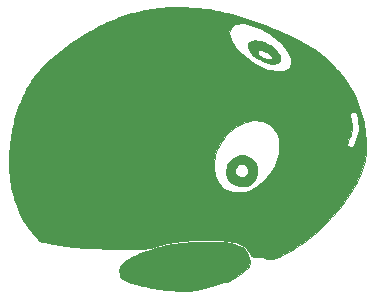
<source format=gbr>
G04 #@! TF.GenerationSoftware,KiCad,Pcbnew,5.0.0-fee4fd1~66~ubuntu16.04.1*
G04 #@! TF.CreationDate,2018-09-09T13:30:21+02:00*
G04 #@! TF.ProjectId,Tactile_Skin_Board,54616374696C655F536B696E5F426F61,rev?*
G04 #@! TF.SameCoordinates,Original*
G04 #@! TF.FileFunction,Legend,Bot*
G04 #@! TF.FilePolarity,Positive*
%FSLAX46Y46*%
G04 Gerber Fmt 4.6, Leading zero omitted, Abs format (unit mm)*
G04 Created by KiCad (PCBNEW 5.0.0-fee4fd1~66~ubuntu16.04.1) date Sun Sep  9 13:30:21 2018*
%MOMM*%
%LPD*%
G01*
G04 APERTURE LIST*
%ADD10C,0.007078*%
%ADD11C,0.100000*%
%ADD12C,0.014156*%
G04 APERTURE END LIST*
D10*
G04 #@! TO.C,svg2mod*
G36*
X129892122Y-116091550D02*
X129790435Y-115837502D01*
X129678890Y-115625417D01*
X129551310Y-115449262D01*
X129401519Y-115303003D01*
X129223340Y-115180606D01*
X129010596Y-115076037D01*
X128757109Y-114983263D01*
X128564330Y-114926700D01*
X128360310Y-114877927D01*
X128142369Y-114836705D01*
X127907828Y-114802799D01*
X127654005Y-114775971D01*
X127378221Y-114755984D01*
X127077794Y-114742601D01*
X126750045Y-114735585D01*
X126392294Y-114734699D01*
X126001859Y-114739706D01*
X125671301Y-114747806D01*
X125354338Y-114758991D01*
X125050450Y-114773317D01*
X124759121Y-114790843D01*
X124479832Y-114811627D01*
X124212066Y-114835727D01*
X123955304Y-114863201D01*
X123709029Y-114894106D01*
X123472723Y-114928501D01*
X123245867Y-114966443D01*
X123027945Y-115007991D01*
X122818438Y-115053202D01*
X122616829Y-115102135D01*
X122238112Y-115202719D01*
X121876057Y-115305763D01*
X121531345Y-115410960D01*
X121204658Y-115518002D01*
X120896680Y-115626583D01*
X120608094Y-115736396D01*
X120339580Y-115847134D01*
X120091823Y-115958490D01*
X119865505Y-116070158D01*
X119661308Y-116181830D01*
X119479915Y-116293199D01*
X119322008Y-116403959D01*
X119188270Y-116513803D01*
X119079383Y-116622423D01*
X118996031Y-116729513D01*
X118900005Y-116921015D01*
X118883142Y-117211662D01*
X118888162Y-117405954D01*
X118909485Y-117568447D01*
X118956504Y-117705271D01*
X119038614Y-117822554D01*
X119165209Y-117926425D01*
X119345682Y-118023013D01*
X119589428Y-118118447D01*
X119905839Y-118218856D01*
X120304312Y-118330368D01*
X120794238Y-118459112D01*
X121068818Y-118527874D01*
X121334748Y-118589599D01*
X121594526Y-118644618D01*
X121850649Y-118693263D01*
X122105616Y-118735863D01*
X122361926Y-118772750D01*
X122622076Y-118804253D01*
X122888565Y-118830705D01*
X123163891Y-118852435D01*
X123450553Y-118869775D01*
X123751048Y-118883055D01*
X124067874Y-118892606D01*
X124466792Y-118901370D01*
X124739186Y-118901086D01*
X124948448Y-118887444D01*
X125157971Y-118856138D01*
X125431149Y-118802859D01*
X125743419Y-118737991D01*
X126056551Y-118667835D01*
X126367004Y-118593412D01*
X126671235Y-118515742D01*
X126965702Y-118435847D01*
X127246861Y-118354746D01*
X127511171Y-118273461D01*
X127755088Y-118193011D01*
X127975071Y-118114419D01*
X128167577Y-118038705D01*
X128329063Y-117966889D01*
X128451852Y-117902719D01*
X128593317Y-117817892D01*
X128763625Y-117705441D01*
X128972944Y-117558402D01*
X129231439Y-117369809D01*
X129549279Y-117132696D01*
X129744539Y-116955054D01*
X129876181Y-116762954D01*
X129944481Y-116555576D01*
X129949712Y-116332095D01*
X129892151Y-116091691D01*
X129892122Y-116091550D01*
X129892122Y-116091550D01*
G37*
X129892122Y-116091550D02*
X129790435Y-115837502D01*
X129678890Y-115625417D01*
X129551310Y-115449262D01*
X129401519Y-115303003D01*
X129223340Y-115180606D01*
X129010596Y-115076037D01*
X128757109Y-114983263D01*
X128564330Y-114926700D01*
X128360310Y-114877927D01*
X128142369Y-114836705D01*
X127907828Y-114802799D01*
X127654005Y-114775971D01*
X127378221Y-114755984D01*
X127077794Y-114742601D01*
X126750045Y-114735585D01*
X126392294Y-114734699D01*
X126001859Y-114739706D01*
X125671301Y-114747806D01*
X125354338Y-114758991D01*
X125050450Y-114773317D01*
X124759121Y-114790843D01*
X124479832Y-114811627D01*
X124212066Y-114835727D01*
X123955304Y-114863201D01*
X123709029Y-114894106D01*
X123472723Y-114928501D01*
X123245867Y-114966443D01*
X123027945Y-115007991D01*
X122818438Y-115053202D01*
X122616829Y-115102135D01*
X122238112Y-115202719D01*
X121876057Y-115305763D01*
X121531345Y-115410960D01*
X121204658Y-115518002D01*
X120896680Y-115626583D01*
X120608094Y-115736396D01*
X120339580Y-115847134D01*
X120091823Y-115958490D01*
X119865505Y-116070158D01*
X119661308Y-116181830D01*
X119479915Y-116293199D01*
X119322008Y-116403959D01*
X119188270Y-116513803D01*
X119079383Y-116622423D01*
X118996031Y-116729513D01*
X118900005Y-116921015D01*
X118883142Y-117211662D01*
X118888162Y-117405954D01*
X118909485Y-117568447D01*
X118956504Y-117705271D01*
X119038614Y-117822554D01*
X119165209Y-117926425D01*
X119345682Y-118023013D01*
X119589428Y-118118447D01*
X119905839Y-118218856D01*
X120304312Y-118330368D01*
X120794238Y-118459112D01*
X121068818Y-118527874D01*
X121334748Y-118589599D01*
X121594526Y-118644618D01*
X121850649Y-118693263D01*
X122105616Y-118735863D01*
X122361926Y-118772750D01*
X122622076Y-118804253D01*
X122888565Y-118830705D01*
X123163891Y-118852435D01*
X123450553Y-118869775D01*
X123751048Y-118883055D01*
X124067874Y-118892606D01*
X124466792Y-118901370D01*
X124739186Y-118901086D01*
X124948448Y-118887444D01*
X125157971Y-118856138D01*
X125431149Y-118802859D01*
X125743419Y-118737991D01*
X126056551Y-118667835D01*
X126367004Y-118593412D01*
X126671235Y-118515742D01*
X126965702Y-118435847D01*
X127246861Y-118354746D01*
X127511171Y-118273461D01*
X127755088Y-118193011D01*
X127975071Y-118114419D01*
X128167577Y-118038705D01*
X128329063Y-117966889D01*
X128451852Y-117902719D01*
X128593317Y-117817892D01*
X128763625Y-117705441D01*
X128972944Y-117558402D01*
X129231439Y-117369809D01*
X129549279Y-117132696D01*
X129744539Y-116955054D01*
X129876181Y-116762954D01*
X129944481Y-116555576D01*
X129949712Y-116332095D01*
X129892151Y-116091691D01*
X129892122Y-116091550D01*
D11*
G36*
X129728913Y-98161492D02*
X129768049Y-97947970D01*
X130670632Y-98729916D01*
X130738712Y-98878865D01*
X130907360Y-99042989D01*
X131154939Y-99192533D01*
X131459810Y-99297747D01*
X131723124Y-99292103D01*
X131822960Y-99174420D01*
X131709013Y-98984791D01*
X131555815Y-98853165D01*
X131357173Y-98734700D01*
X131144466Y-98645233D01*
X130949073Y-98600602D01*
X130738253Y-98619546D01*
X130668826Y-98714902D01*
X130670350Y-98712983D01*
X130670632Y-98729916D01*
X129768049Y-97947970D01*
X129891420Y-97800802D01*
X130104861Y-97716060D01*
X130414205Y-97689814D01*
X130669047Y-97710916D01*
X130931519Y-97768183D01*
X131195331Y-97857640D01*
X131454191Y-97975309D01*
X131701809Y-98117215D01*
X131931892Y-98279381D01*
X132138149Y-98457830D01*
X132314289Y-98648586D01*
X132454020Y-98847673D01*
X132551051Y-99051113D01*
X132596469Y-99274913D01*
X132561304Y-99461106D01*
X132449028Y-99605274D01*
X132263116Y-99703000D01*
X132007039Y-99749867D01*
X131768685Y-99745480D01*
X131518531Y-99703445D01*
X131262764Y-99628076D01*
X131007568Y-99523687D01*
X130759131Y-99394591D01*
X130523637Y-99245102D01*
X130307273Y-99079534D01*
X130116226Y-98902201D01*
X129956680Y-98717417D01*
X129834822Y-98529495D01*
X129756838Y-98342748D01*
X129728913Y-98161492D01*
X129728913Y-98161492D01*
G37*
G36*
X127917555Y-108792945D02*
X127927341Y-108653068D01*
X128756178Y-108753518D01*
X128787987Y-108934579D01*
X128882894Y-109095321D01*
X129040968Y-109216645D01*
X129251306Y-109272499D01*
X129452092Y-109240080D01*
X129621962Y-109132847D01*
X129739551Y-108964263D01*
X129783495Y-108747789D01*
X129763951Y-108592454D01*
X129703344Y-108460995D01*
X129515466Y-108285917D01*
X129281754Y-108222975D01*
X129039896Y-108282348D01*
X128882162Y-108408112D01*
X128787665Y-108571574D01*
X128756347Y-108753405D01*
X128756178Y-108753518D01*
X127927341Y-108653068D01*
X127951986Y-108501127D01*
X128027612Y-108246682D01*
X128141739Y-108022377D01*
X128294398Y-107828224D01*
X128485625Y-107664235D01*
X128715453Y-107530424D01*
X128887070Y-107458060D01*
X129046419Y-107427151D01*
X129281704Y-107420639D01*
X129517886Y-107427308D01*
X129678640Y-107458938D01*
X129855067Y-107532964D01*
X130072216Y-107657145D01*
X130254954Y-107808213D01*
X130404558Y-107987707D01*
X130522306Y-108197167D01*
X130609475Y-108438135D01*
X130647354Y-108655858D01*
X130644032Y-108881515D01*
X130602227Y-109107457D01*
X130524662Y-109326035D01*
X130414057Y-109529600D01*
X130273131Y-109710505D01*
X130104608Y-109861099D01*
X129899297Y-109985493D01*
X129682213Y-110069900D01*
X129458287Y-110115730D01*
X129232448Y-110124390D01*
X129009626Y-110097289D01*
X128794752Y-110035838D01*
X128592754Y-109941443D01*
X128408562Y-109815516D01*
X128247108Y-109659463D01*
X128113319Y-109474695D01*
X128012127Y-109262619D01*
X127940196Y-109018592D01*
X127917583Y-108792747D01*
X127917555Y-108792945D01*
X127917555Y-108792945D01*
G37*
D12*
G36*
X109535858Y-107991208D02*
X126877171Y-108426366D01*
X126890530Y-108687148D01*
X126933432Y-108947030D01*
X127005035Y-109201667D01*
X127104496Y-109446715D01*
X127230975Y-109677828D01*
X127383628Y-109890660D01*
X127561614Y-110080867D01*
X127764091Y-110244102D01*
X127990216Y-110376022D01*
X128239147Y-110472280D01*
X128489931Y-110535944D01*
X128742592Y-110569049D01*
X128995622Y-110573498D01*
X129247513Y-110551195D01*
X129496758Y-110504047D01*
X129741850Y-110433958D01*
X129981279Y-110342831D01*
X130213540Y-110232573D01*
X130437124Y-110105087D01*
X130650523Y-109962279D01*
X130852231Y-109806053D01*
X131040739Y-109638313D01*
X131234828Y-109451424D01*
X131417512Y-109252402D01*
X131587914Y-109042183D01*
X131745156Y-108821707D01*
X131888361Y-108591909D01*
X132016652Y-108353729D01*
X132129150Y-108108104D01*
X132224978Y-107855972D01*
X132303259Y-107598270D01*
X132363115Y-107335937D01*
X132403668Y-107069909D01*
X132424042Y-106801126D01*
X132423358Y-106530524D01*
X132400739Y-106259041D01*
X132364887Y-106020470D01*
X132298969Y-105789598D01*
X132205170Y-105569020D01*
X132085680Y-105361330D01*
X131942685Y-105169125D01*
X131778372Y-104995001D01*
X131594931Y-104841553D01*
X131394546Y-104711376D01*
X131179407Y-104607066D01*
X130951701Y-104531220D01*
X130713615Y-104486431D01*
X130458294Y-104469016D01*
X130205583Y-104477233D01*
X129956388Y-104509552D01*
X129711613Y-104564447D01*
X129472162Y-104640386D01*
X129238940Y-104735843D01*
X129012851Y-104849288D01*
X128794799Y-104979193D01*
X128585690Y-105124028D01*
X128386428Y-105282266D01*
X128197916Y-105452377D01*
X128021060Y-105632832D01*
X127856764Y-105822104D01*
X127697178Y-106024483D01*
X127549305Y-106236189D01*
X127413943Y-106456404D01*
X127291890Y-106684311D01*
X127183944Y-106919093D01*
X127090902Y-107159932D01*
X127013561Y-107406010D01*
X126952720Y-107656510D01*
X126909176Y-107910615D01*
X126883727Y-108167506D01*
X126877171Y-108426366D01*
X109535858Y-107991208D01*
X128191169Y-97074400D01*
X128233754Y-97328148D01*
X128309001Y-97570100D01*
X128412655Y-97800681D01*
X128540462Y-98020310D01*
X128688167Y-98229412D01*
X128851515Y-98428409D01*
X129026251Y-98617722D01*
X129208122Y-98797773D01*
X129392871Y-98968987D01*
X129601392Y-99139072D01*
X129816701Y-99302249D01*
X130038540Y-99457484D01*
X130266652Y-99603749D01*
X130500776Y-99740013D01*
X130740655Y-99865244D01*
X130986029Y-99978412D01*
X131236641Y-100078486D01*
X131492231Y-100164437D01*
X131752541Y-100235233D01*
X132017312Y-100289843D01*
X132248337Y-100316404D01*
X132489844Y-100319639D01*
X132728865Y-100290287D01*
X132952429Y-100219087D01*
X133147568Y-100096776D01*
X133301310Y-99914092D01*
X133379401Y-99695008D01*
X133399964Y-99471316D01*
X133372270Y-99247112D01*
X133305591Y-99026490D01*
X133209199Y-98813545D01*
X133092367Y-98612371D01*
X132964365Y-98427063D01*
X132800576Y-98216328D01*
X132626109Y-98014808D01*
X132441605Y-97822611D01*
X132247704Y-97639844D01*
X132045048Y-97466617D01*
X131834278Y-97303035D01*
X131616035Y-97149207D01*
X131390959Y-97005241D01*
X131159693Y-96871243D01*
X130922876Y-96747323D01*
X130681151Y-96633587D01*
X130435158Y-96530144D01*
X130185538Y-96437100D01*
X129932932Y-96354564D01*
X129690927Y-96299275D01*
X129439236Y-96260699D01*
X129184877Y-96248167D01*
X128934867Y-96271006D01*
X128696222Y-96338546D01*
X128475960Y-96460116D01*
X128320205Y-96633209D01*
X128221391Y-96843875D01*
X128191169Y-97074542D01*
X128191169Y-97074400D01*
X109535858Y-107991208D01*
X109538541Y-107716507D01*
X109546509Y-107441737D01*
X109559780Y-107167028D01*
X109578376Y-106892512D01*
X109602315Y-106618320D01*
X109631618Y-106344585D01*
X109666304Y-106071436D01*
X138710219Y-103723356D01*
X138535732Y-103773700D01*
X138421680Y-103908488D01*
X138432562Y-104093267D01*
X138481161Y-104328979D01*
X138523221Y-104569964D01*
X138553633Y-104813912D01*
X138567288Y-105058510D01*
X138559074Y-105301446D01*
X138523883Y-105540408D01*
X138456604Y-105773086D01*
X138352128Y-105997167D01*
X138245413Y-106247685D01*
X138179973Y-106509993D01*
X138180481Y-106510106D01*
X138257071Y-106666793D01*
X138413642Y-106733887D01*
X138584845Y-106706376D01*
X138705329Y-106579250D01*
X138827994Y-106359850D01*
X138931962Y-106130683D01*
X139016453Y-105893507D01*
X139080685Y-105650076D01*
X139123878Y-105402147D01*
X139145250Y-105151476D01*
X139144019Y-104899820D01*
X139119406Y-104648935D01*
X139082100Y-104428359D01*
X139039819Y-104205595D01*
X138977642Y-103990245D01*
X138880646Y-103791910D01*
X138710219Y-103723356D01*
X109666304Y-106071436D01*
X109706394Y-105799007D01*
X109751907Y-105527428D01*
X109802863Y-105256830D01*
X109859281Y-104987346D01*
X109921183Y-104719106D01*
X109988587Y-104452243D01*
X110061513Y-104186887D01*
X110139981Y-103923169D01*
X110224012Y-103661223D01*
X110313625Y-103401178D01*
X110408839Y-103143166D01*
X110509675Y-102887319D01*
X110616152Y-102633769D01*
X110728291Y-102382646D01*
X110846110Y-102134082D01*
X110969631Y-101888209D01*
X111094021Y-101658255D01*
X111225087Y-101432102D01*
X111362704Y-101209923D01*
X111506747Y-100991895D01*
X111657093Y-100778192D01*
X111813617Y-100568990D01*
X111976194Y-100364464D01*
X112144701Y-100164789D01*
X112319013Y-99970141D01*
X112499006Y-99780694D01*
X112684555Y-99596625D01*
X112875536Y-99418108D01*
X113071825Y-99245318D01*
X113273297Y-99078431D01*
X113479828Y-98917622D01*
X113691297Y-98747220D01*
X113904956Y-98579053D01*
X114120785Y-98413229D01*
X114338759Y-98249853D01*
X114558857Y-98089032D01*
X114781055Y-97930873D01*
X115005330Y-97775482D01*
X115231661Y-97622966D01*
X115460024Y-97473432D01*
X115690396Y-97326986D01*
X115922755Y-97183735D01*
X116157078Y-97043785D01*
X116393341Y-96907242D01*
X116631524Y-96774214D01*
X116871602Y-96644808D01*
X117113552Y-96519128D01*
X117357353Y-96397283D01*
X117602981Y-96279379D01*
X117850414Y-96165521D01*
X118099629Y-96055818D01*
X118350602Y-95950375D01*
X118603312Y-95849299D01*
X118857736Y-95752697D01*
X119113850Y-95660675D01*
X119371632Y-95573340D01*
X119631060Y-95490798D01*
X119892110Y-95413156D01*
X120154760Y-95340521D01*
X120418986Y-95272998D01*
X120684768Y-95210695D01*
X120952080Y-95153719D01*
X121220901Y-95102175D01*
X121496868Y-95050537D01*
X121773748Y-95007219D01*
X122051441Y-94971639D01*
X122329849Y-94943216D01*
X122608871Y-94921365D01*
X122888410Y-94905505D01*
X123168365Y-94895053D01*
X123448637Y-94889426D01*
X123729127Y-94888043D01*
X124009736Y-94890320D01*
X124290364Y-94895676D01*
X124570912Y-94903527D01*
X124851280Y-94913291D01*
X125131371Y-94924386D01*
X125411083Y-94936228D01*
X125683457Y-94963493D01*
X125955103Y-94995288D01*
X126226011Y-95031496D01*
X126496173Y-95072001D01*
X126765582Y-95116685D01*
X127034229Y-95165433D01*
X127302106Y-95218126D01*
X127569205Y-95274649D01*
X127835518Y-95334884D01*
X128101036Y-95398715D01*
X128365752Y-95466025D01*
X128629656Y-95536698D01*
X128892742Y-95610615D01*
X129155001Y-95687662D01*
X129416424Y-95767720D01*
X129677004Y-95850674D01*
X129936732Y-95936406D01*
X130195600Y-96024799D01*
X130453601Y-96115738D01*
X130710725Y-96209104D01*
X130966965Y-96304781D01*
X131222312Y-96402653D01*
X131476759Y-96502603D01*
X131730298Y-96604514D01*
X131982919Y-96708269D01*
X132234615Y-96813751D01*
X132485378Y-96920843D01*
X132735538Y-97034037D01*
X132985159Y-97149020D01*
X133234012Y-97266061D01*
X133481869Y-97385430D01*
X133728501Y-97507396D01*
X133973679Y-97632229D01*
X134217174Y-97760197D01*
X134458758Y-97891571D01*
X134698201Y-98026619D01*
X134935276Y-98165611D01*
X135169753Y-98308817D01*
X135401403Y-98456505D01*
X135629998Y-98608946D01*
X135855308Y-98766407D01*
X136069054Y-98942371D01*
X136278424Y-99123521D01*
X136483381Y-99309659D01*
X136683890Y-99500589D01*
X136879913Y-99696114D01*
X137071415Y-99896037D01*
X137258357Y-100100162D01*
X137440705Y-100308292D01*
X137618422Y-100520230D01*
X137791470Y-100735779D01*
X137959813Y-100954743D01*
X138123415Y-101176924D01*
X138273711Y-101401305D01*
X138416485Y-101630157D01*
X138551767Y-101863247D01*
X138679584Y-102100339D01*
X138799968Y-102341199D01*
X138912946Y-102585593D01*
X139018548Y-102833287D01*
X139116803Y-103084045D01*
X139207740Y-103337635D01*
X139291388Y-103593821D01*
X139367777Y-103852369D01*
X139436936Y-104113045D01*
X139498894Y-104375614D01*
X139553679Y-104639842D01*
X139601322Y-104905495D01*
X139641851Y-105172338D01*
X139675295Y-105440137D01*
X139701684Y-105708657D01*
X139721047Y-105977665D01*
X139747580Y-106254067D01*
X139767814Y-106532361D01*
X139777971Y-106811426D01*
X139774276Y-107090142D01*
X139752951Y-107367386D01*
X139710221Y-107642038D01*
X139642307Y-107912976D01*
X139574923Y-108170344D01*
X139498657Y-108424595D01*
X139413858Y-108675717D01*
X139320876Y-108923699D01*
X139220059Y-109168533D01*
X139111758Y-109410206D01*
X138996319Y-109648709D01*
X138874094Y-109884030D01*
X138745430Y-110116161D01*
X138610678Y-110345089D01*
X138470186Y-110570805D01*
X138324302Y-110793297D01*
X138173377Y-111012557D01*
X138017760Y-111228572D01*
X137857798Y-111441333D01*
X137693842Y-111650829D01*
X137526241Y-111857049D01*
X137355344Y-112059983D01*
X137181499Y-112259621D01*
X137008598Y-112465310D01*
X136832600Y-112668513D01*
X136653389Y-112868961D01*
X136470853Y-113066384D01*
X136284877Y-113260512D01*
X136095348Y-113451075D01*
X135902150Y-113637804D01*
X135705172Y-113820428D01*
X135504297Y-113998678D01*
X135299414Y-114172283D01*
X135090407Y-114340974D01*
X134877164Y-114504481D01*
X134659569Y-114662533D01*
X134437509Y-114814861D01*
X134218434Y-114967065D01*
X133996999Y-115117219D01*
X133772883Y-115264155D01*
X133545768Y-115406702D01*
X133315332Y-115543691D01*
X133081255Y-115673954D01*
X132843219Y-115796321D01*
X132600902Y-115909623D01*
X132353986Y-116012689D01*
X132102149Y-116104352D01*
X131845072Y-116183442D01*
X131622720Y-116197537D01*
X131404571Y-116165276D01*
X131187840Y-116112505D01*
X130969739Y-116065071D01*
X130747482Y-116048822D01*
X130502277Y-116031125D01*
X130256866Y-116010732D01*
X130015877Y-115977419D01*
X129905630Y-115734818D01*
X129772223Y-115502251D01*
X129609902Y-115292272D01*
X129412913Y-115117434D01*
X129175504Y-114990291D01*
X128924018Y-114888251D01*
X128667127Y-114805284D01*
X128405693Y-114739243D01*
X128140576Y-114687978D01*
X127872636Y-114649342D01*
X127602734Y-114621184D01*
X127331731Y-114601357D01*
X127060488Y-114587712D01*
X126789866Y-114578100D01*
X126520724Y-114570372D01*
X126240012Y-114571688D01*
X125959138Y-114575946D01*
X125678202Y-114583381D01*
X125397305Y-114594227D01*
X125116546Y-114608717D01*
X124836026Y-114627084D01*
X124555843Y-114649563D01*
X124276099Y-114676387D01*
X123996894Y-114707790D01*
X123718326Y-114744006D01*
X123440496Y-114785268D01*
X123163505Y-114831809D01*
X122887452Y-114883865D01*
X122621068Y-114945644D01*
X122356417Y-115015093D01*
X122092898Y-115089289D01*
X121829910Y-115165307D01*
X121566854Y-115240222D01*
X121303129Y-115311109D01*
X121038134Y-115375044D01*
X120767129Y-115368020D01*
X120496077Y-115361915D01*
X120224987Y-115356602D01*
X119953867Y-115351956D01*
X119682723Y-115347849D01*
X119411563Y-115344157D01*
X119140396Y-115340752D01*
X118869227Y-115337508D01*
X118598066Y-115334299D01*
X118326919Y-115330998D01*
X118055793Y-115327480D01*
X117784698Y-115323617D01*
X117513639Y-115319284D01*
X117242624Y-115314355D01*
X116971662Y-115308703D01*
X116700759Y-115302201D01*
X116429923Y-115294724D01*
X116159161Y-115286144D01*
X115884366Y-115270857D01*
X115609635Y-115251952D01*
X115335054Y-115229395D01*
X115060708Y-115203150D01*
X114786682Y-115173181D01*
X114513062Y-115139455D01*
X114239933Y-115101935D01*
X113967379Y-115060586D01*
X113695485Y-115015374D01*
X113424338Y-114966263D01*
X113154022Y-114913218D01*
X112884622Y-114856204D01*
X112616224Y-114795185D01*
X112348912Y-114730127D01*
X112082772Y-114660994D01*
X111889580Y-114467413D01*
X111704251Y-114267269D01*
X111526754Y-114060858D01*
X111357061Y-113848478D01*
X111195143Y-113630424D01*
X111040971Y-113406995D01*
X110894515Y-113178488D01*
X110755746Y-112945198D01*
X110624636Y-112707423D01*
X110501156Y-112465460D01*
X110385275Y-112219605D01*
X110276966Y-111970157D01*
X110176199Y-111717411D01*
X110082945Y-111461664D01*
X109997175Y-111203214D01*
X109918859Y-110942356D01*
X109847970Y-110679390D01*
X109784477Y-110414610D01*
X109728352Y-110148314D01*
X109679565Y-109880799D01*
X109638088Y-109612362D01*
X109603891Y-109343300D01*
X109576945Y-109073910D01*
X109557222Y-108804488D01*
X109543215Y-108533646D01*
X109535480Y-108262868D01*
X109534644Y-107991123D01*
X109535858Y-107991208D01*
X109535858Y-107991208D01*
G37*
X109535858Y-107991208D02*
X126877171Y-108426366D01*
X126890530Y-108687148D01*
X126933432Y-108947030D01*
X127005035Y-109201667D01*
X127104496Y-109446715D01*
X127230975Y-109677828D01*
X127383628Y-109890660D01*
X127561614Y-110080867D01*
X127764091Y-110244102D01*
X127990216Y-110376022D01*
X128239147Y-110472280D01*
X128489931Y-110535944D01*
X128742592Y-110569049D01*
X128995622Y-110573498D01*
X129247513Y-110551195D01*
X129496758Y-110504047D01*
X129741850Y-110433958D01*
X129981279Y-110342831D01*
X130213540Y-110232573D01*
X130437124Y-110105087D01*
X130650523Y-109962279D01*
X130852231Y-109806053D01*
X131040739Y-109638313D01*
X131234828Y-109451424D01*
X131417512Y-109252402D01*
X131587914Y-109042183D01*
X131745156Y-108821707D01*
X131888361Y-108591909D01*
X132016652Y-108353729D01*
X132129150Y-108108104D01*
X132224978Y-107855972D01*
X132303259Y-107598270D01*
X132363115Y-107335937D01*
X132403668Y-107069909D01*
X132424042Y-106801126D01*
X132423358Y-106530524D01*
X132400739Y-106259041D01*
X132364887Y-106020470D01*
X132298969Y-105789598D01*
X132205170Y-105569020D01*
X132085680Y-105361330D01*
X131942685Y-105169125D01*
X131778372Y-104995001D01*
X131594931Y-104841553D01*
X131394546Y-104711376D01*
X131179407Y-104607066D01*
X130951701Y-104531220D01*
X130713615Y-104486431D01*
X130458294Y-104469016D01*
X130205583Y-104477233D01*
X129956388Y-104509552D01*
X129711613Y-104564447D01*
X129472162Y-104640386D01*
X129238940Y-104735843D01*
X129012851Y-104849288D01*
X128794799Y-104979193D01*
X128585690Y-105124028D01*
X128386428Y-105282266D01*
X128197916Y-105452377D01*
X128021060Y-105632832D01*
X127856764Y-105822104D01*
X127697178Y-106024483D01*
X127549305Y-106236189D01*
X127413943Y-106456404D01*
X127291890Y-106684311D01*
X127183944Y-106919093D01*
X127090902Y-107159932D01*
X127013561Y-107406010D01*
X126952720Y-107656510D01*
X126909176Y-107910615D01*
X126883727Y-108167506D01*
X126877171Y-108426366D01*
X109535858Y-107991208D01*
X128191169Y-97074400D01*
X128233754Y-97328148D01*
X128309001Y-97570100D01*
X128412655Y-97800681D01*
X128540462Y-98020310D01*
X128688167Y-98229412D01*
X128851515Y-98428409D01*
X129026251Y-98617722D01*
X129208122Y-98797773D01*
X129392871Y-98968987D01*
X129601392Y-99139072D01*
X129816701Y-99302249D01*
X130038540Y-99457484D01*
X130266652Y-99603749D01*
X130500776Y-99740013D01*
X130740655Y-99865244D01*
X130986029Y-99978412D01*
X131236641Y-100078486D01*
X131492231Y-100164437D01*
X131752541Y-100235233D01*
X132017312Y-100289843D01*
X132248337Y-100316404D01*
X132489844Y-100319639D01*
X132728865Y-100290287D01*
X132952429Y-100219087D01*
X133147568Y-100096776D01*
X133301310Y-99914092D01*
X133379401Y-99695008D01*
X133399964Y-99471316D01*
X133372270Y-99247112D01*
X133305591Y-99026490D01*
X133209199Y-98813545D01*
X133092367Y-98612371D01*
X132964365Y-98427063D01*
X132800576Y-98216328D01*
X132626109Y-98014808D01*
X132441605Y-97822611D01*
X132247704Y-97639844D01*
X132045048Y-97466617D01*
X131834278Y-97303035D01*
X131616035Y-97149207D01*
X131390959Y-97005241D01*
X131159693Y-96871243D01*
X130922876Y-96747323D01*
X130681151Y-96633587D01*
X130435158Y-96530144D01*
X130185538Y-96437100D01*
X129932932Y-96354564D01*
X129690927Y-96299275D01*
X129439236Y-96260699D01*
X129184877Y-96248167D01*
X128934867Y-96271006D01*
X128696222Y-96338546D01*
X128475960Y-96460116D01*
X128320205Y-96633209D01*
X128221391Y-96843875D01*
X128191169Y-97074542D01*
X128191169Y-97074400D01*
X109535858Y-107991208D01*
X109538541Y-107716507D01*
X109546509Y-107441737D01*
X109559780Y-107167028D01*
X109578376Y-106892512D01*
X109602315Y-106618320D01*
X109631618Y-106344585D01*
X109666304Y-106071436D01*
X138710219Y-103723356D01*
X138535732Y-103773700D01*
X138421680Y-103908488D01*
X138432562Y-104093267D01*
X138481161Y-104328979D01*
X138523221Y-104569964D01*
X138553633Y-104813912D01*
X138567288Y-105058510D01*
X138559074Y-105301446D01*
X138523883Y-105540408D01*
X138456604Y-105773086D01*
X138352128Y-105997167D01*
X138245413Y-106247685D01*
X138179973Y-106509993D01*
X138180481Y-106510106D01*
X138257071Y-106666793D01*
X138413642Y-106733887D01*
X138584845Y-106706376D01*
X138705329Y-106579250D01*
X138827994Y-106359850D01*
X138931962Y-106130683D01*
X139016453Y-105893507D01*
X139080685Y-105650076D01*
X139123878Y-105402147D01*
X139145250Y-105151476D01*
X139144019Y-104899820D01*
X139119406Y-104648935D01*
X139082100Y-104428359D01*
X139039819Y-104205595D01*
X138977642Y-103990245D01*
X138880646Y-103791910D01*
X138710219Y-103723356D01*
X109666304Y-106071436D01*
X109706394Y-105799007D01*
X109751907Y-105527428D01*
X109802863Y-105256830D01*
X109859281Y-104987346D01*
X109921183Y-104719106D01*
X109988587Y-104452243D01*
X110061513Y-104186887D01*
X110139981Y-103923169D01*
X110224012Y-103661223D01*
X110313625Y-103401178D01*
X110408839Y-103143166D01*
X110509675Y-102887319D01*
X110616152Y-102633769D01*
X110728291Y-102382646D01*
X110846110Y-102134082D01*
X110969631Y-101888209D01*
X111094021Y-101658255D01*
X111225087Y-101432102D01*
X111362704Y-101209923D01*
X111506747Y-100991895D01*
X111657093Y-100778192D01*
X111813617Y-100568990D01*
X111976194Y-100364464D01*
X112144701Y-100164789D01*
X112319013Y-99970141D01*
X112499006Y-99780694D01*
X112684555Y-99596625D01*
X112875536Y-99418108D01*
X113071825Y-99245318D01*
X113273297Y-99078431D01*
X113479828Y-98917622D01*
X113691297Y-98747220D01*
X113904956Y-98579053D01*
X114120785Y-98413229D01*
X114338759Y-98249853D01*
X114558857Y-98089032D01*
X114781055Y-97930873D01*
X115005330Y-97775482D01*
X115231661Y-97622966D01*
X115460024Y-97473432D01*
X115690396Y-97326986D01*
X115922755Y-97183735D01*
X116157078Y-97043785D01*
X116393341Y-96907242D01*
X116631524Y-96774214D01*
X116871602Y-96644808D01*
X117113552Y-96519128D01*
X117357353Y-96397283D01*
X117602981Y-96279379D01*
X117850414Y-96165521D01*
X118099629Y-96055818D01*
X118350602Y-95950375D01*
X118603312Y-95849299D01*
X118857736Y-95752697D01*
X119113850Y-95660675D01*
X119371632Y-95573340D01*
X119631060Y-95490798D01*
X119892110Y-95413156D01*
X120154760Y-95340521D01*
X120418986Y-95272998D01*
X120684768Y-95210695D01*
X120952080Y-95153719D01*
X121220901Y-95102175D01*
X121496868Y-95050537D01*
X121773748Y-95007219D01*
X122051441Y-94971639D01*
X122329849Y-94943216D01*
X122608871Y-94921365D01*
X122888410Y-94905505D01*
X123168365Y-94895053D01*
X123448637Y-94889426D01*
X123729127Y-94888043D01*
X124009736Y-94890320D01*
X124290364Y-94895676D01*
X124570912Y-94903527D01*
X124851280Y-94913291D01*
X125131371Y-94924386D01*
X125411083Y-94936228D01*
X125683457Y-94963493D01*
X125955103Y-94995288D01*
X126226011Y-95031496D01*
X126496173Y-95072001D01*
X126765582Y-95116685D01*
X127034229Y-95165433D01*
X127302106Y-95218126D01*
X127569205Y-95274649D01*
X127835518Y-95334884D01*
X128101036Y-95398715D01*
X128365752Y-95466025D01*
X128629656Y-95536698D01*
X128892742Y-95610615D01*
X129155001Y-95687662D01*
X129416424Y-95767720D01*
X129677004Y-95850674D01*
X129936732Y-95936406D01*
X130195600Y-96024799D01*
X130453601Y-96115738D01*
X130710725Y-96209104D01*
X130966965Y-96304781D01*
X131222312Y-96402653D01*
X131476759Y-96502603D01*
X131730298Y-96604514D01*
X131982919Y-96708269D01*
X132234615Y-96813751D01*
X132485378Y-96920843D01*
X132735538Y-97034037D01*
X132985159Y-97149020D01*
X133234012Y-97266061D01*
X133481869Y-97385430D01*
X133728501Y-97507396D01*
X133973679Y-97632229D01*
X134217174Y-97760197D01*
X134458758Y-97891571D01*
X134698201Y-98026619D01*
X134935276Y-98165611D01*
X135169753Y-98308817D01*
X135401403Y-98456505D01*
X135629998Y-98608946D01*
X135855308Y-98766407D01*
X136069054Y-98942371D01*
X136278424Y-99123521D01*
X136483381Y-99309659D01*
X136683890Y-99500589D01*
X136879913Y-99696114D01*
X137071415Y-99896037D01*
X137258357Y-100100162D01*
X137440705Y-100308292D01*
X137618422Y-100520230D01*
X137791470Y-100735779D01*
X137959813Y-100954743D01*
X138123415Y-101176924D01*
X138273711Y-101401305D01*
X138416485Y-101630157D01*
X138551767Y-101863247D01*
X138679584Y-102100339D01*
X138799968Y-102341199D01*
X138912946Y-102585593D01*
X139018548Y-102833287D01*
X139116803Y-103084045D01*
X139207740Y-103337635D01*
X139291388Y-103593821D01*
X139367777Y-103852369D01*
X139436936Y-104113045D01*
X139498894Y-104375614D01*
X139553679Y-104639842D01*
X139601322Y-104905495D01*
X139641851Y-105172338D01*
X139675295Y-105440137D01*
X139701684Y-105708657D01*
X139721047Y-105977665D01*
X139747580Y-106254067D01*
X139767814Y-106532361D01*
X139777971Y-106811426D01*
X139774276Y-107090142D01*
X139752951Y-107367386D01*
X139710221Y-107642038D01*
X139642307Y-107912976D01*
X139574923Y-108170344D01*
X139498657Y-108424595D01*
X139413858Y-108675717D01*
X139320876Y-108923699D01*
X139220059Y-109168533D01*
X139111758Y-109410206D01*
X138996319Y-109648709D01*
X138874094Y-109884030D01*
X138745430Y-110116161D01*
X138610678Y-110345089D01*
X138470186Y-110570805D01*
X138324302Y-110793297D01*
X138173377Y-111012557D01*
X138017760Y-111228572D01*
X137857798Y-111441333D01*
X137693842Y-111650829D01*
X137526241Y-111857049D01*
X137355344Y-112059983D01*
X137181499Y-112259621D01*
X137008598Y-112465310D01*
X136832600Y-112668513D01*
X136653389Y-112868961D01*
X136470853Y-113066384D01*
X136284877Y-113260512D01*
X136095348Y-113451075D01*
X135902150Y-113637804D01*
X135705172Y-113820428D01*
X135504297Y-113998678D01*
X135299414Y-114172283D01*
X135090407Y-114340974D01*
X134877164Y-114504481D01*
X134659569Y-114662533D01*
X134437509Y-114814861D01*
X134218434Y-114967065D01*
X133996999Y-115117219D01*
X133772883Y-115264155D01*
X133545768Y-115406702D01*
X133315332Y-115543691D01*
X133081255Y-115673954D01*
X132843219Y-115796321D01*
X132600902Y-115909623D01*
X132353986Y-116012689D01*
X132102149Y-116104352D01*
X131845072Y-116183442D01*
X131622720Y-116197537D01*
X131404571Y-116165276D01*
X131187840Y-116112505D01*
X130969739Y-116065071D01*
X130747482Y-116048822D01*
X130502277Y-116031125D01*
X130256866Y-116010732D01*
X130015877Y-115977419D01*
X129905630Y-115734818D01*
X129772223Y-115502251D01*
X129609902Y-115292272D01*
X129412913Y-115117434D01*
X129175504Y-114990291D01*
X128924018Y-114888251D01*
X128667127Y-114805284D01*
X128405693Y-114739243D01*
X128140576Y-114687978D01*
X127872636Y-114649342D01*
X127602734Y-114621184D01*
X127331731Y-114601357D01*
X127060488Y-114587712D01*
X126789866Y-114578100D01*
X126520724Y-114570372D01*
X126240012Y-114571688D01*
X125959138Y-114575946D01*
X125678202Y-114583381D01*
X125397305Y-114594227D01*
X125116546Y-114608717D01*
X124836026Y-114627084D01*
X124555843Y-114649563D01*
X124276099Y-114676387D01*
X123996894Y-114707790D01*
X123718326Y-114744006D01*
X123440496Y-114785268D01*
X123163505Y-114831809D01*
X122887452Y-114883865D01*
X122621068Y-114945644D01*
X122356417Y-115015093D01*
X122092898Y-115089289D01*
X121829910Y-115165307D01*
X121566854Y-115240222D01*
X121303129Y-115311109D01*
X121038134Y-115375044D01*
X120767129Y-115368020D01*
X120496077Y-115361915D01*
X120224987Y-115356602D01*
X119953867Y-115351956D01*
X119682723Y-115347849D01*
X119411563Y-115344157D01*
X119140396Y-115340752D01*
X118869227Y-115337508D01*
X118598066Y-115334299D01*
X118326919Y-115330998D01*
X118055793Y-115327480D01*
X117784698Y-115323617D01*
X117513639Y-115319284D01*
X117242624Y-115314355D01*
X116971662Y-115308703D01*
X116700759Y-115302201D01*
X116429923Y-115294724D01*
X116159161Y-115286144D01*
X115884366Y-115270857D01*
X115609635Y-115251952D01*
X115335054Y-115229395D01*
X115060708Y-115203150D01*
X114786682Y-115173181D01*
X114513062Y-115139455D01*
X114239933Y-115101935D01*
X113967379Y-115060586D01*
X113695485Y-115015374D01*
X113424338Y-114966263D01*
X113154022Y-114913218D01*
X112884622Y-114856204D01*
X112616224Y-114795185D01*
X112348912Y-114730127D01*
X112082772Y-114660994D01*
X111889580Y-114467413D01*
X111704251Y-114267269D01*
X111526754Y-114060858D01*
X111357061Y-113848478D01*
X111195143Y-113630424D01*
X111040971Y-113406995D01*
X110894515Y-113178488D01*
X110755746Y-112945198D01*
X110624636Y-112707423D01*
X110501156Y-112465460D01*
X110385275Y-112219605D01*
X110276966Y-111970157D01*
X110176199Y-111717411D01*
X110082945Y-111461664D01*
X109997175Y-111203214D01*
X109918859Y-110942356D01*
X109847970Y-110679390D01*
X109784477Y-110414610D01*
X109728352Y-110148314D01*
X109679565Y-109880799D01*
X109638088Y-109612362D01*
X109603891Y-109343300D01*
X109576945Y-109073910D01*
X109557222Y-108804488D01*
X109543215Y-108533646D01*
X109535480Y-108262868D01*
X109534644Y-107991123D01*
X109535858Y-107991208D01*
G04 #@! TD*
M02*

</source>
